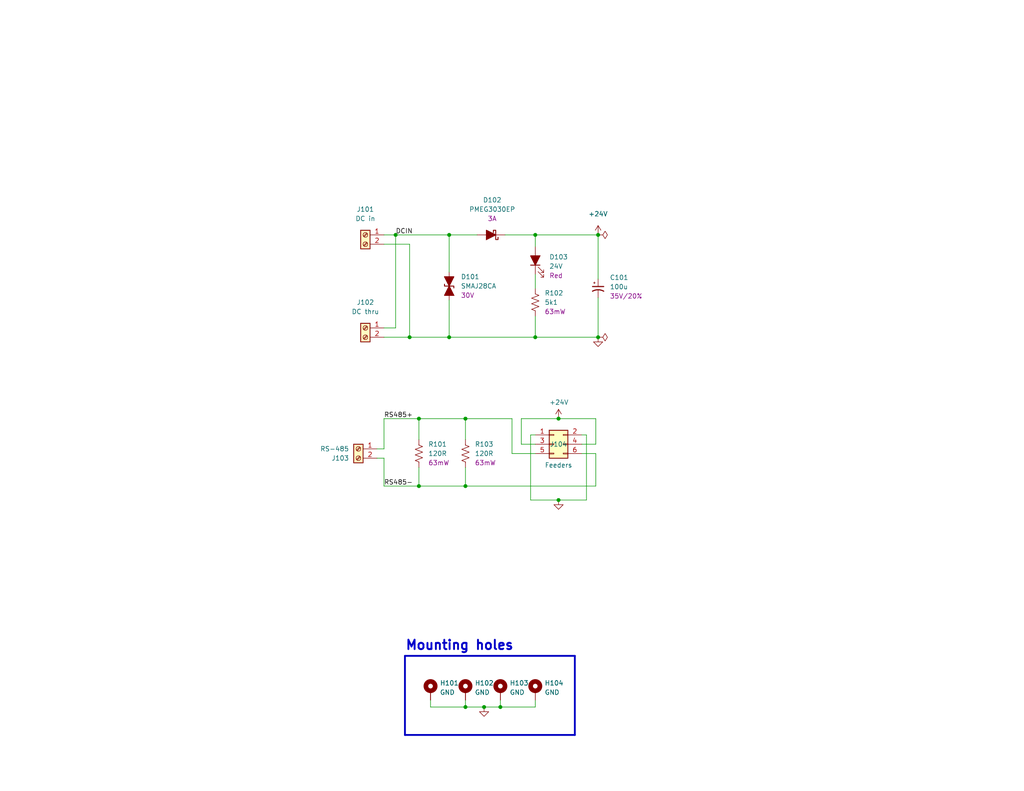
<source format=kicad_sch>
(kicad_sch (version 20211123) (generator eeschema)
  (paper "USLetter")
  (title_block (title "RS-485 to Feeders") (date "2022-12-19") (rev "v1") (company "Winterbloom") (comment 1 "Alethea Flowers") (comment 2 "CERN-OHL-P v2"))
  (lib_symbols
    (symbol "Connector:Screw_Terminal_01x02" (pin_names (offset 1.016) hide)
      (property "Reference" "J" (at 0 2.54 0))
      (property "Value" "Screw_Terminal_01x02" (at 0 -5.08 0))
      (symbol "Screw_Terminal_01x02_1_1"
        (rectangle (start -1.27 1.27) (end 1.27 -3.81) (stroke (width 0.254)) (fill (type background)))
        (circle (center 0 -2.54) (radius 0.635) (stroke (width 0.1524)))
        (polyline (pts (xy -0.5334 -2.2098) (xy 0.3302 -3.048)) (stroke (width 0.1524)))
        (polyline (pts (xy -0.5334 0.3302) (xy 0.3302 -0.508)) (stroke (width 0.1524)))
        (polyline (pts (xy -0.3556 -2.032) (xy 0.508 -2.8702)) (stroke (width 0.1524)))
        (polyline (pts (xy -0.3556 0.508) (xy 0.508 -0.3302)) (stroke (width 0.1524)))
        (circle (center 0 0) (radius 0.635) (stroke (width 0.1524)))
        (pin passive line (at -5.08 0 0) (length 3.81) (name "Pin_1") (number "1"))
        (pin passive line (at -5.08 -2.54 0) (length 3.81) (name "Pin_2") (number "2"))
      )
    )
    (symbol "Connector_Generic:Conn_02x03_Odd_Even" (pin_names (offset 1.016) hide)
      (property "Reference" "J" (at 1.27 5.08 0))
      (property "Value" "Conn_02x03_Odd_Even" (at 1.27 -5.08 0))
      (symbol "Conn_02x03_Odd_Even_1_1"
        (rectangle (start -1.27 -2.413) (end 0 -2.667) (stroke (width 0.1524)))
        (rectangle (start -1.27 0.127) (end 0 -0.127) (stroke (width 0.1524)))
        (rectangle (start -1.27 2.667) (end 0 2.413) (stroke (width 0.1524)))
        (rectangle (start -1.27 3.81) (end 3.81 -3.81) (stroke (width 0.254)) (fill (type background)))
        (rectangle (start 3.81 -2.413) (end 2.54 -2.667) (stroke (width 0.1524)))
        (rectangle (start 3.81 0.127) (end 2.54 -0.127) (stroke (width 0.1524)))
        (rectangle (start 3.81 2.667) (end 2.54 2.413) (stroke (width 0.1524)))
        (pin passive line (at -5.08 2.54 0) (length 3.81) (name "Pin_1") (number "1"))
        (pin passive line (at 7.62 2.54 180) (length 3.81) (name "Pin_2") (number "2"))
        (pin passive line (at -5.08 0 0) (length 3.81) (name "Pin_3") (number "3"))
        (pin passive line (at 7.62 0 180) (length 3.81) (name "Pin_4") (number "4"))
        (pin passive line (at -5.08 -2.54 0) (length 3.81) (name "Pin_5") (number "5"))
        (pin passive line (at 7.62 -2.54 180) (length 3.81) (name "Pin_6") (number "6"))
      )
    )
    (symbol "Device:C_Polarized_Small_US" (pin_numbers hide) (pin_names (offset 0.254) hide)
      (property "Reference" "C" (at 0.254 1.778 0))
      (property "Value" "C_Polarized_Small_US" (at 0.254 -2.032 0))
      (symbol "C_Polarized_Small_US_0_1"
        (polyline (pts (xy -1.524 0.508) (xy 1.524 0.508)) (stroke (width 0.3048)))
        (polyline (pts (xy -1.27 1.524) (xy -0.762 1.524)))
        (polyline (pts (xy -1.016 1.27) (xy -1.016 1.778)))
        (arc (start 1.524 -0.762) (mid 0 -0.3734) (end -1.524 -0.762) (stroke (width 0.3048)))
      )
      (symbol "C_Polarized_Small_US_1_1"
        (pin passive line (at 0 2.54 270) (length 2.032) (name "~") (number "1"))
        (pin passive line (at 0 -2.54 90) (length 2.032) (name "~") (number "2"))
      )
    )
    (symbol "Device:D_Schottky_Filled" (pin_numbers hide) (pin_names (offset 1.016) hide)
      (property "Reference" "D" (at 0 2.54 0))
      (property "Value" "D_Schottky_Filled" (at 0 -2.54 0))
      (symbol "D_Schottky_Filled_0_1"
        (polyline (pts (xy 1.27 0) (xy -1.27 0)))
        (polyline (pts (xy 1.27 1.27) (xy 1.27 -1.27) (xy -1.27 0) (xy 1.27 1.27)) (stroke (width 0.254)) (fill (type outline)))
        (polyline (pts (xy -1.905 0.635) (xy -1.905 1.27) (xy -1.27 1.27) (xy -1.27 -1.27) (xy -0.635 -1.27) (xy -0.635 -0.635)) (stroke (width 0.254)))
      )
      (symbol "D_Schottky_Filled_1_1"
        (pin passive line (at -3.81 0 0) (length 2.54) (name "K") (number "1"))
        (pin passive line (at 3.81 0 180) (length 2.54) (name "A") (number "2"))
      )
    )
    (symbol "Device:D_TVS_Filled" (pin_numbers hide) (pin_names (offset 1.016) hide)
      (property "Reference" "D" (at 0 2.54 0))
      (property "Value" "D_TVS_Filled" (at 0 -2.54 0))
      (symbol "D_TVS_Filled_0_1"
        (polyline (pts (xy 1.27 0) (xy -1.27 0)))
        (polyline (pts (xy -2.54 -1.27) (xy 0 0) (xy -2.54 1.27) (xy -2.54 -1.27)) (stroke (width 0.254)) (fill (type outline)))
        (polyline (pts (xy 0.508 1.27) (xy 0 1.27) (xy 0 -1.27) (xy -0.508 -1.27)) (stroke (width 0.254)))
        (polyline (pts (xy 2.54 1.27) (xy 2.54 -1.27) (xy 0 0) (xy 2.54 1.27)) (stroke (width 0.254)) (fill (type outline)))
      )
      (symbol "D_TVS_Filled_1_1"
        (pin passive line (at -3.81 0 0) (length 2.54) (name "A1") (number "1"))
        (pin passive line (at 3.81 0 180) (length 2.54) (name "A2") (number "2"))
      )
    )
    (symbol "Device:LED_Filled" (pin_numbers hide) (pin_names (offset 1.016) hide)
      (property "Reference" "D" (at 0 2.54 0))
      (property "Value" "LED_Filled" (at 0 -2.54 0))
      (symbol "LED_Filled_0_1"
        (polyline (pts (xy -1.27 -1.27) (xy -1.27 1.27)) (stroke (width 0.254)))
        (polyline (pts (xy -1.27 0) (xy 1.27 0)))
        (polyline (pts (xy 1.27 -1.27) (xy 1.27 1.27) (xy -1.27 0) (xy 1.27 -1.27)) (stroke (width 0.254)) (fill (type outline)))
        (polyline (pts (xy -3.048 -0.762) (xy -4.572 -2.286) (xy -3.81 -2.286) (xy -4.572 -2.286) (xy -4.572 -1.524)))
        (polyline (pts (xy -1.778 -0.762) (xy -3.302 -2.286) (xy -2.54 -2.286) (xy -3.302 -2.286) (xy -3.302 -1.524)))
      )
      (symbol "LED_Filled_1_1"
        (pin passive line (at -3.81 0 0) (length 2.54) (name "K") (number "1"))
        (pin passive line (at 3.81 0 180) (length 2.54) (name "A") (number "2"))
      )
    )
    (symbol "Device:R_US" (pin_numbers hide) (pin_names (offset 0))
      (property "Reference" "R" (at 2.54 0 90))
      (property "Value" "R_US" (at -2.54 0 90))
      (symbol "R_US_0_1"
        (polyline (pts (xy 0 -2.286) (xy 0 -2.54)))
        (polyline (pts (xy 0 2.286) (xy 0 2.54)))
        (polyline (pts (xy 0 -0.762) (xy 1.016 -1.143) (xy 0 -1.524) (xy -1.016 -1.905) (xy 0 -2.286)))
        (polyline (pts (xy 0 0.762) (xy 1.016 0.381) (xy 0 0) (xy -1.016 -0.381) (xy 0 -0.762)))
        (polyline (pts (xy 0 2.286) (xy 1.016 1.905) (xy 0 1.524) (xy -1.016 1.143) (xy 0 0.762)))
      )
      (symbol "R_US_1_1"
        (pin passive line (at 0 3.81 270) (length 1.27) (name "~") (number "1"))
        (pin passive line (at 0 -3.81 90) (length 1.27) (name "~") (number "2"))
      )
    )
    (symbol "Mechanical:MountingHole_Pad" (pin_numbers hide) (pin_names (offset 1.016) hide)
      (property "Reference" "H" (at 0 6.35 0))
      (property "Value" "MountingHole_Pad" (at 0 4.445 0))
      (symbol "MountingHole_Pad_0_1"
        (circle (center 0 1.27) (radius 1.27) (stroke (width 1.27)))
      )
      (symbol "MountingHole_Pad_1_1"
        (pin input line (at 0 -2.54 90) (length 2.54) (name "1") (number "1"))
      )
    )
    (symbol "power:+24V" (power) (pin_names (offset 0))
      (property "Value" "+24V" (at 0 3.556 0))
      (symbol "+24V_0_1"
        (polyline (pts (xy -0.762 1.27) (xy 0 2.54)))
        (polyline (pts (xy 0 0) (xy 0 2.54)))
        (polyline (pts (xy 0 2.54) (xy 0.762 1.27)))
      )
      (symbol "+24V_1_1"
        (pin power_in line (at 0 0 90) (length 0) hide (name "+24V") (number "1"))
      )
    )
    (symbol "power:GND" (power) (pin_names (offset 0))
      (property "Value" "GND" (at 0 -3.81 0))
      (symbol "GND_0_1"
        (polyline (pts (xy 0 0) (xy 0 -1.27) (xy 1.27 -1.27) (xy 0 -2.54) (xy -1.27 -1.27) (xy 0 -1.27)))
      )
      (symbol "GND_1_1"
        (pin power_in line (at 0 0 270) (length 0) hide (name "GND") (number "1"))
      )
    )
    (symbol "power:PWR_FLAG" (power) (pin_numbers hide) (pin_names (offset 0) hide)
      (property "Value" "PWR_FLAG" (at 0 3.81 0))
      (symbol "PWR_FLAG_0_0"
        (pin power_out line (at 0 0 90) (length 0) (name "pwr") (number "1"))
      )
      (symbol "PWR_FLAG_0_1"
        (polyline (pts (xy 0 0) (xy 0 1.27) (xy -1.016 1.905) (xy 0 2.54) (xy 1.016 1.905) (xy 0 1.27)))
      )
    )
  )
  (junction (at 163.195 92.075))
  (junction (at 111.76 92.075))
  (junction (at 127 193.04))
  (junction (at 146.05 92.075))
  (junction (at 136.525 193.04))
  (junction (at 152.4 114.3))
  (junction (at 107.95 64.135))
  (junction (at 132.08 193.04))
  (junction (at 146.05 64.135))
  (junction (at 122.555 92.075))
  (junction (at 152.4 136.525))
  (junction (at 114.3 114.3))
  (junction (at 114.3 132.715))
  (junction (at 163.195 64.135))
  (junction (at 127 114.3))
  (junction (at 127 132.715))
  (junction (at 122.555 64.135))
  (wire (pts (xy 104.775 122.555) (xy 102.87 122.555)))
  (wire (pts (xy 142.24 121.285) (xy 146.05 121.285)))
  (wire (pts (xy 142.24 121.285) (xy 142.24 114.3)))
  (wire (pts (xy 132.08 193.04) (xy 136.525 193.04)))
  (wire (pts (xy 114.3 114.3) (xy 127 114.3)))
  (polyline (pts (xy 110.49 179.07) (xy 156.845 179.07)) (stroke (width 0.5) (type solid)))
  (wire (pts (xy 127 127.635) (xy 127 132.715)))
  (wire (pts (xy 127 114.3) (xy 127 120.015)))
  (wire (pts (xy 114.3 114.3) (xy 114.3 120.015)))
  (wire (pts (xy 104.775 114.3) (xy 104.775 122.555)))
  (wire (pts (xy 136.525 191.135) (xy 136.525 193.04)))
  (polyline (pts (xy 156.845 179.07) (xy 156.845 200.66)) (stroke (width 0.5) (type solid)))
  (wire (pts (xy 137.795 64.135) (xy 146.05 64.135)))
  (wire (pts (xy 122.555 64.135) (xy 130.175 64.135)))
  (wire (pts (xy 139.7 114.3) (xy 139.7 123.825)))
  (wire (pts (xy 111.76 92.075) (xy 122.555 92.075)))
  (wire (pts (xy 107.95 64.135) (xy 122.555 64.135)))
  (wire (pts (xy 127 193.04) (xy 132.08 193.04)))
  (wire (pts (xy 146.05 78.74) (xy 146.05 74.93)))
  (wire (pts (xy 104.775 125.095) (xy 104.775 132.715)))
  (wire (pts (xy 142.24 114.3) (xy 152.4 114.3)))
  (wire (pts (xy 146.05 86.36) (xy 146.05 92.075)))
  (wire (pts (xy 104.775 125.095) (xy 102.87 125.095)))
  (wire (pts (xy 144.78 136.525) (xy 152.4 136.525)))
  (wire (pts (xy 104.775 132.715) (xy 114.3 132.715)))
  (wire (pts (xy 122.555 81.915) (xy 122.555 92.075)))
  (wire (pts (xy 104.775 114.3) (xy 114.3 114.3)))
  (wire (pts (xy 127 193.04) (xy 117.475 193.04)))
  (wire (pts (xy 114.3 132.715) (xy 127 132.715)))
  (polyline (pts (xy 156.845 200.66) (xy 110.49 200.66)) (stroke (width 0.5) (type solid)))
  (wire (pts (xy 107.95 64.135) (xy 107.95 89.535)))
  (polyline (pts (xy 110.49 179.07) (xy 110.49 200.66)) (stroke (width 0.5) (type solid)))
  (wire (pts (xy 160.02 136.525) (xy 160.02 118.745)))
  (wire (pts (xy 104.775 64.135) (xy 107.95 64.135)))
  (wire (pts (xy 160.02 118.745) (xy 158.75 118.745)))
  (wire (pts (xy 104.775 89.535) (xy 107.95 89.535)))
  (wire (pts (xy 146.05 92.075) (xy 163.195 92.075)))
  (wire (pts (xy 111.76 66.675) (xy 111.76 92.075)))
  (wire (pts (xy 144.78 118.745) (xy 146.05 118.745)))
  (wire (pts (xy 146.05 67.31) (xy 146.05 64.135)))
  (wire (pts (xy 146.05 193.04) (xy 136.525 193.04)))
  (wire (pts (xy 139.7 123.825) (xy 146.05 123.825)))
  (wire (pts (xy 122.555 64.135) (xy 122.555 74.295)))
  (wire (pts (xy 127 191.135) (xy 127 193.04)))
  (wire (pts (xy 144.78 118.745) (xy 144.78 136.525)))
  (wire (pts (xy 163.195 81.28) (xy 163.195 92.075)))
  (wire (pts (xy 114.3 132.715) (xy 114.3 127.635)))
  (wire (pts (xy 162.56 123.825) (xy 162.56 132.715)))
  (wire (pts (xy 152.4 114.3) (xy 162.56 114.3)))
  (wire (pts (xy 117.475 193.04) (xy 117.475 191.135)))
  (wire (pts (xy 146.05 191.135) (xy 146.05 193.04)))
  (wire (pts (xy 127 114.3) (xy 139.7 114.3)))
  (wire (pts (xy 162.56 121.285) (xy 158.75 121.285)))
  (wire (pts (xy 158.75 123.825) (xy 162.56 123.825)))
  (wire (pts (xy 104.775 66.675) (xy 111.76 66.675)))
  (wire (pts (xy 162.56 114.3) (xy 162.56 121.285)))
  (wire (pts (xy 146.05 64.135) (xy 163.195 64.135)))
  (wire (pts (xy 104.775 92.075) (xy 111.76 92.075)))
  (wire (pts (xy 127 132.715) (xy 162.56 132.715)))
  (wire (pts (xy 122.555 92.075) (xy 146.05 92.075)))
  (wire (pts (xy 152.4 136.525) (xy 160.02 136.525)))
  (wire (pts (xy 163.195 64.135) (xy 163.195 76.2)))
  (text "Mounting holes\n" (at 110.49 177.8 0) (effects (font (size 2.54 2.54) (thickness 0.508) bold) (justify left bottom)))
  (label "RS485+" (at 104.775 114.3 0))
  (label "RS485-" (at 104.775 132.715 0))
  (label "DCIN" (at 107.95 64.135 0))
  (symbol (lib_id "Connector:Screw_Terminal_01x02") (at 99.695 89.535 0) (mirror y) (unit 1)
    (property "Reference" "J102" (at 99.695 82.55 0))
    (property "Value" "DC thru" (at 99.695 85.09 0))
    (property "Footprint" "winterbloom:TerminalBlock_CUI_TB002-500_1x02_P5.00mm_Vertical" (effects hide))
    (property "Datasheet" "https://www.cuidevices.com/product/resource/tb002-500.pdf" (effects hide))
    (property "mpn" "TB002-500-02BE" (effects hide))
  )
  (symbol (lib_id "Connector:Screw_Terminal_01x02") (at 99.695 64.135 0) (mirror y) (unit 1)
    (property "Reference" "J101" (at 99.695 57.15 0))
    (property "Value" "DC in" (at 99.695 59.69 0))
    (property "Footprint" "winterbloom:TerminalBlock_CUI_TB002-500_1x02_P5.00mm_Vertical" (effects hide))
    (property "Datasheet" "https://www.cuidevices.com/product/resource/tb002-500.pdf" (effects hide))
    (property "mpn" "TB002-500-02BE" (effects hide))
  )
  (symbol (lib_id "Mechanical:MountingHole_Pad") (at 127 188.595 0) (unit 1)
    (property "Reference" "H102" (at 129.54 186.4903 0) (effects (justify left)))
    (property "Value" "GND" (at 129.54 189.0272 0) (effects (justify left)))
    (property "Footprint" "MountingHole:MountingHole_3mm_Pad" (effects hide))
  )
  (symbol (lib_id "Device:R_US") (at 127 123.825 0) (unit 1)
    (property "Reference" "R103" (at 129.54 121.2849 0) (effects (justify left)))
    (property "Value" "120R" (at 129.54 123.8249 0) (effects (justify left)))
    (property "Footprint" "winterbloom:R_0402_HandSolder" (effects hide))
    (property "Rating" "63mW" (at 129.54 126.3649 0) (effects (justify left)))
    (property "mpn" "CRGCQ0402F120R" (effects hide))
  )
  (symbol (lib_id "Connector_Generic:Conn_02x03_Odd_Even") (at 151.13 121.285 0) (unit 1)
    (property "Reference" "J104" (at 152.4 121.285 0))
    (property "Value" "Feeders" (at 152.4 127 0))
    (property "Footprint" "Connector_IDC:IDC-Header_2x03_P2.54mm_Vertical" (effects hide))
  )
  (symbol (lib_id "power:PWR_FLAG") (at 163.195 64.135 270) (unit 1)
    (property "Reference" "#FLG0101" (effects hide))
    (property "Value" "PWR_FLAG" (effects hide))
  )
  (symbol (lib_id "Device:LED_Filled") (at 146.05 71.12 90) (unit 1)
    (property "Reference" "D103" (at 149.86 70.1674 90) (effects (justify right)))
    (property "Value" "24V" (at 149.86 72.7074 90) (effects (justify right)))
    (property "Footprint" "winterbloom:LED_0805_Kingbright_APT2012" (effects hide))
    (property "Datasheet" "https://www.kingbrightusa.com/images/catalog/SPEC/APT2012EC.pdf" (effects hide))
    (property "mpn" "APT2012EC" (effects hide))
    (property "Rating" "Red" (at 149.86 75.2474 90) (effects (justify right)))
  )
  (symbol (lib_id "power:GND") (at 163.195 92.075 0) (unit 1)
    (property "Reference" "#PWR0105" (effects hide))
    (property "Value" "GND" (effects hide))
  )
  (symbol (lib_id "Device:R_US") (at 114.3 123.825 0) (unit 1)
    (property "Reference" "R101" (at 116.84 121.2849 0) (effects (justify left)))
    (property "Value" "120R" (at 116.84 123.8249 0) (effects (justify left)))
    (property "Footprint" "winterbloom:R_0402_HandSolder" (effects hide))
    (property "Rating" "63mW" (at 116.84 126.3649 0) (effects (justify left)))
    (property "mpn" "CRGCQ0402F120R" (effects hide))
  )
  (symbol (lib_id "power:GND") (at 132.08 193.04 0) (unit 1)
    (property "Reference" "#PWR0101" (effects hide))
    (property "Value" "GND" (effects hide))
  )
  (symbol (lib_id "power:+24V") (at 152.4 114.3 0) (unit 1)
    (property "Reference" "#PWR0102" (effects hide))
    (property "Value" "+24V" (at 149.86 109.855 0) (effects (justify left)))
  )
  (symbol (lib_id "Device:D_Schottky_Filled") (at 133.985 64.135 180) (unit 1)
    (property "Reference" "D102" (at 134.3025 54.61 0))
    (property "Value" "PMEG3030EP" (at 134.3025 57.15 0))
    (property "Footprint" "winterbloom:D_SOD-128" (effects hide))
    (property "Datasheet" "https://www.mouser.com/datasheet/2/916/PMEG3030EP-2938808.pdf" (effects hide))
    (property "mpn" "PMEG3030EP,115" (effects hide))
    (property "Rating" "3A" (at 134.3025 59.69 0))
  )
  (symbol (lib_id "Mechanical:MountingHole_Pad") (at 136.525 188.595 0) (unit 1)
    (property "Reference" "H103" (at 139.065 186.4903 0) (effects (justify left)))
    (property "Value" "GND" (at 139.065 189.0272 0) (effects (justify left)))
    (property "Footprint" "MountingHole:MountingHole_3mm_Pad" (effects hide))
  )
  (symbol (lib_id "power:+24V") (at 163.195 64.135 0) (unit 1)
    (property "Reference" "#PWR0104" (effects hide))
    (property "Value" "+24V" (at 163.195 58.42 0))
  )
  (symbol (lib_id "Mechanical:MountingHole_Pad") (at 117.475 188.595 0) (unit 1)
    (property "Reference" "H101" (at 120.015 186.4903 0) (effects (justify left)))
    (property "Value" "GND" (at 120.015 189.0272 0) (effects (justify left)))
    (property "Footprint" "MountingHole:MountingHole_3mm_Pad" (effects hide))
  )
  (symbol (lib_id "Mechanical:MountingHole_Pad") (at 146.05 188.595 0) (unit 1)
    (property "Reference" "H104" (at 148.59 186.4903 0) (effects (justify left)))
    (property "Value" "GND" (at 148.59 189.0272 0) (effects (justify left)))
    (property "Footprint" "MountingHole:MountingHole_3mm_Pad" (effects hide))
  )
  (symbol (lib_id "Connector:Screw_Terminal_01x02") (at 97.79 122.555 0) (mirror y) (unit 1)
    (property "Reference" "J103" (at 95.25 125.095 0) (effects (justify left)))
    (property "Value" "RS-485" (at 95.25 122.555 0) (effects (justify left)))
    (property "Footprint" "winterbloom:TerminalBlock_4UCON_1x02_P3.50mm_Horizontal" (effects hide))
  )
  (symbol (lib_id "Device:R_US") (at 146.05 82.55 0) (unit 1)
    (property "Reference" "R102" (at 148.59 80.0099 0) (effects (justify left)))
    (property "Value" "5k1" (at 148.59 82.5499 0) (effects (justify left)))
    (property "Footprint" "winterbloom:R_0402_HandSolder" (effects hide))
    (property "mpn" "AC0603FR-075K1L" (effects hide))
    (property "Rating" "63mW" (at 148.59 85.0899 0) (effects (justify left)))
  )
  (symbol (lib_id "Device:D_TVS_Filled") (at 122.555 78.105 270) (unit 1)
    (property "Reference" "D101" (at 125.73 75.5649 90) (effects (justify left)))
    (property "Value" "SMAJ28CA" (at 125.73 78.1049 90) (effects (justify left)))
    (property "Footprint" "winterbloom:D_SMA" (effects hide))
    (property "Datasheet" "https://www.littelfuse.com/~/media/electronics/datasheets/tvs_diodes/littelfuse_tvs_diode_smaj_datasheet.pdf.pdf" (effects hide))
    (property "Rating" "30V" (at 125.73 80.6449 90) (effects (justify left)))
    (property "mpn" "SMAJ28CA" (effects hide))
  )
  (symbol (lib_id "Device:C_Polarized_Small_US") (at 163.195 78.74 0) (unit 1)
    (property "Reference" "C101" (at 166.37 75.7681 0) (effects (justify left)))
    (property "Value" "100u" (at 166.37 78.3081 0) (effects (justify left)))
    (property "Footprint" "Capacitor_SMD:CP_Elec_6.3x9.9" (effects hide))
    (property "Rating" "35V/20%" (at 166.37 80.8481 0) (effects (justify left)))
    (property "mpn" "865080653016, UWT1V221MNL1GS" (effects hide))
  )
  (symbol (lib_id "power:GND") (at 152.4 136.525 0) (unit 1)
    (property "Reference" "#PWR0103" (effects hide))
    (property "Value" "GND" (effects hide))
  )
  (symbol (lib_id "power:PWR_FLAG") (at 163.195 92.075 270) (unit 1)
    (property "Reference" "#FLG0102" (effects hide))
    (property "Value" "PWR_FLAG" (effects hide))
  )
)
</source>
